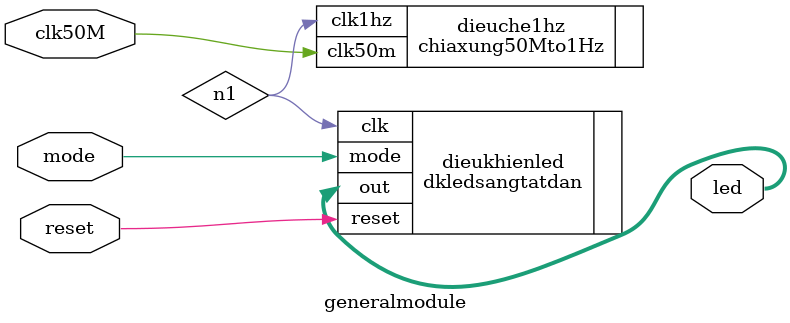
<source format=v>
`timescale 1ns / 1ps
module generalmodule(
input wire clk50M,
input wire reset,
input wire mode,
output wire [7:0]led
    );
wire n1;
chiaxung50Mto1Hz dieuche1hz (.clk50m(clk50M),.clk1hz(n1));
dkledsangtatdan dieukhienled (.clk(n1),.reset(reset),.mode(mode),.out(led));
endmodule

</source>
